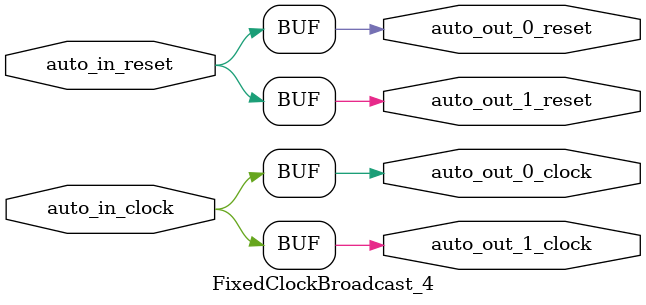
<source format=sv>
`ifndef RANDOMIZE
  `ifdef RANDOMIZE_REG_INIT
    `define RANDOMIZE
  `endif // RANDOMIZE_REG_INIT
`endif // not def RANDOMIZE
`ifndef RANDOMIZE
  `ifdef RANDOMIZE_MEM_INIT
    `define RANDOMIZE
  `endif // RANDOMIZE_MEM_INIT
`endif // not def RANDOMIZE

`ifndef RANDOM
  `define RANDOM $random
`endif // not def RANDOM

// Users can define 'PRINTF_COND' to add an extra gate to prints.
`ifndef PRINTF_COND_
  `ifdef PRINTF_COND
    `define PRINTF_COND_ (`PRINTF_COND)
  `else  // PRINTF_COND
    `define PRINTF_COND_ 1
  `endif // PRINTF_COND
`endif // not def PRINTF_COND_

// Users can define 'ASSERT_VERBOSE_COND' to add an extra gate to assert error printing.
`ifndef ASSERT_VERBOSE_COND_
  `ifdef ASSERT_VERBOSE_COND
    `define ASSERT_VERBOSE_COND_ (`ASSERT_VERBOSE_COND)
  `else  // ASSERT_VERBOSE_COND
    `define ASSERT_VERBOSE_COND_ 1
  `endif // ASSERT_VERBOSE_COND
`endif // not def ASSERT_VERBOSE_COND_

// Users can define 'STOP_COND' to add an extra gate to stop conditions.
`ifndef STOP_COND_
  `ifdef STOP_COND
    `define STOP_COND_ (`STOP_COND)
  `else  // STOP_COND
    `define STOP_COND_ 1
  `endif // STOP_COND
`endif // not def STOP_COND_

// Users can define INIT_RANDOM as general code that gets injected into the
// initializer block for modules with registers.
`ifndef INIT_RANDOM
  `define INIT_RANDOM
`endif // not def INIT_RANDOM

// If using random initialization, you can also define RANDOMIZE_DELAY to
// customize the delay used, otherwise 0.002 is used.
`ifndef RANDOMIZE_DELAY
  `define RANDOMIZE_DELAY 0.002
`endif // not def RANDOMIZE_DELAY

// Define INIT_RANDOM_PROLOG_ for use in our modules below.
`ifndef INIT_RANDOM_PROLOG_
  `ifdef RANDOMIZE
    `ifdef VERILATOR
      `define INIT_RANDOM_PROLOG_ `INIT_RANDOM
    `else  // VERILATOR
      `define INIT_RANDOM_PROLOG_ `INIT_RANDOM #`RANDOMIZE_DELAY begin end
    `endif // VERILATOR
  `else  // RANDOMIZE
    `define INIT_RANDOM_PROLOG_
  `endif // RANDOMIZE
`endif // not def INIT_RANDOM_PROLOG_

module FixedClockBroadcast_4(
  input  auto_in_clock,
         auto_in_reset,
  output auto_out_1_clock,
         auto_out_1_reset,
         auto_out_0_clock,
         auto_out_0_reset
);

  assign auto_out_1_clock = auto_in_clock;
  assign auto_out_1_reset = auto_in_reset;
  assign auto_out_0_clock = auto_in_clock;
  assign auto_out_0_reset = auto_in_reset;
endmodule


</source>
